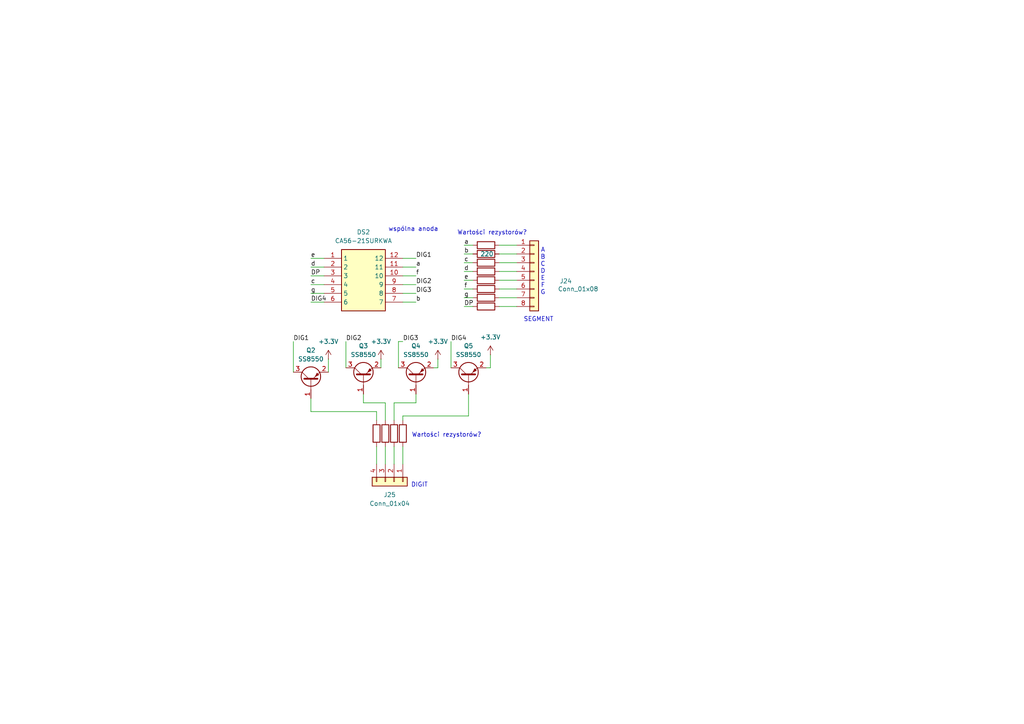
<source format=kicad_sch>
(kicad_sch (version 20250114) (generator "eeschema") (generator_version "9.0")
  (paper "A4")
  (lib_symbols
    (symbol "CA56-21SURKWA:CA56-21SURKWA"
      (property "Reference" "DS" (at 19.05 7.62 0))
      (property "Value" "CA56-21SURKWA" (at 19.05 5.08 0))
      (symbol "CA56-21SURKWA_1_1"
        (rectangle (start 5.08 2.54) (end 17.78 -15.24) (stroke (width 0.254)) (fill (type background)))
        (pin passive line (at 0 0 0) (length 5.08) (name "1") (number "1"))
        (pin passive line (at 0 -2.54 0) (length 5.08) (name "2") (number "2"))
        (pin passive line (at 0 -5.08 0) (length 5.08) (name "3") (number "3"))
        (pin passive line (at 0 -7.62 0) (length 5.08) (name "4") (number "4"))
        (pin passive line (at 0 -10.16 0) (length 5.08) (name "5") (number "5"))
        (pin passive line (at 0 -12.7 0) (length 5.08) (name "6") (number "6"))
        (pin passive line (at 22.86 0 180) (length 5.08) (name "12") (number "12"))
        (pin passive line (at 22.86 -2.54 180) (length 5.08) (name "11") (number "11"))
        (pin passive line (at 22.86 -5.08 180) (length 5.08) (name "10") (number "10"))
        (pin passive line (at 22.86 -7.62 180) (length 5.08) (name "9") (number "9"))
        (pin passive line (at 22.86 -10.16 180) (length 5.08) (name "8") (number "8"))
        (pin passive line (at 22.86 -12.7 180) (length 5.08) (name "7") (number "7"))
      )
    )
    (symbol "Connector_Generic:Conn_01x04" (pin_names (offset 1.016) (hide yes))
      (property "Reference" "J" (at 0 5.08 0))
      (property "Value" "Conn_01x04" (at 0 -7.62 0))
      (symbol "Conn_01x04_1_1"
        (rectangle (start -1.27 3.81) (end 1.27 -6.35) (stroke (width 0.254)) (fill (type background)))
        (rectangle (start -1.27 2.667) (end 0 2.413) (stroke (width 0.1524)))
        (rectangle (start -1.27 0.127) (end 0 -0.127) (stroke (width 0.1524)))
        (rectangle (start -1.27 -2.413) (end 0 -2.667) (stroke (width 0.1524)))
        (rectangle (start -1.27 -4.953) (end 0 -5.207) (stroke (width 0.1524)))
        (pin passive line (at -5.08 2.54 0) (length 3.81) (name "Pin_1") (number "1"))
        (pin passive line (at -5.08 0 0) (length 3.81) (name "Pin_2") (number "2"))
        (pin passive line (at -5.08 -2.54 0) (length 3.81) (name "Pin_3") (number "3"))
        (pin passive line (at -5.08 -5.08 0) (length 3.81) (name "Pin_4") (number "4"))
      )
    )
    (symbol "Connector_Generic:Conn_01x08" (pin_names (offset 1.016) (hide yes))
      (property "Reference" "J" (at 0 10.16 0))
      (property "Value" "Conn_01x08" (at 0 -12.7 0))
      (symbol "Conn_01x08_1_1"
        (rectangle (start -1.27 8.89) (end 1.27 -11.43) (stroke (width 0.254)) (fill (type background)))
        (rectangle (start -1.27 7.747) (end 0 7.493) (stroke (width 0.1524)))
        (rectangle (start -1.27 5.207) (end 0 4.953) (stroke (width 0.1524)))
        (rectangle (start -1.27 2.667) (end 0 2.413) (stroke (width 0.1524)))
        (rectangle (start -1.27 0.127) (end 0 -0.127) (stroke (width 0.1524)))
        (rectangle (start -1.27 -2.413) (end 0 -2.667) (stroke (width 0.1524)))
        (rectangle (start -1.27 -4.953) (end 0 -5.207) (stroke (width 0.1524)))
        (rectangle (start -1.27 -7.493) (end 0 -7.747) (stroke (width 0.1524)))
        (rectangle (start -1.27 -10.033) (end 0 -10.287) (stroke (width 0.1524)))
        (pin passive line (at -5.08 7.62 0) (length 3.81) (name "Pin_1") (number "1"))
        (pin passive line (at -5.08 5.08 0) (length 3.81) (name "Pin_2") (number "2"))
        (pin passive line (at -5.08 2.54 0) (length 3.81) (name "Pin_3") (number "3"))
        (pin passive line (at -5.08 0 0) (length 3.81) (name "Pin_4") (number "4"))
        (pin passive line (at -5.08 -2.54 0) (length 3.81) (name "Pin_5") (number "5"))
        (pin passive line (at -5.08 -5.08 0) (length 3.81) (name "Pin_6") (number "6"))
        (pin passive line (at -5.08 -7.62 0) (length 3.81) (name "Pin_7") (number "7"))
        (pin passive line (at -5.08 -10.16 0) (length 3.81) (name "Pin_8") (number "8"))
      )
    )
    (symbol "Device:R" (pin_numbers (hide yes)) (pin_names (offset 0))
      (property "Reference" "R" (at 2.032 0 90))
      (property "Value" "R" (at 0 0 90))
      (symbol "R_0_1"
        (rectangle (start -1.016 -2.54) (end 1.016 2.54) (stroke (width 0.254)))
      )
      (symbol "R_1_1"
        (pin passive line (at 0 3.81 270) (length 1.27) (name "~") (number "1"))
        (pin passive line (at 0 -3.81 90) (length 1.27) (name "~") (number "2"))
      )
    )
    (symbol "Transistor_BJT:SS8550" (pin_names (offset 0) (hide yes))
      (property "Reference" "Q" (at 5.08 1.905 0))
      (property "Value" "SS8550" (at 5.08 0 0))
      (symbol "SS8550_0_1"
        (polyline (pts (xy -2.54 0) (xy 0.635 0)))
        (polyline (pts (xy 0.635 1.905) (xy 0.635 -1.905)) (stroke (width 0.508)))
        (polyline (pts (xy 0.635 0.635) (xy 2.54 2.54)))
        (polyline (pts (xy 0.635 -0.635) (xy 2.54 -2.54)))
        (circle (center 1.27 0) (radius 2.8194) (stroke (width 0.254)))
        (polyline (pts (xy 2.286 -1.778) (xy 1.778 -2.286) (xy 1.27 -1.27) (xy 2.286 -1.778)) (fill (type outline)))
      )
      (symbol "SS8550_1_1"
        (pin input line (at -5.08 0 0) (length 2.54) (name "B") (number "1"))
        (pin passive line (at 2.54 5.08 270) (length 2.54) (name "C") (number "3"))
        (pin passive line (at 2.54 -5.08 90) (length 2.54) (name "E") (number "2"))
      )
    )
    (symbol "power:+3.3V" (power) (pin_numbers (hide yes)) (pin_names (offset 0) (hide yes))
      (property "Value" "+3.3V" (at 0 3.556 0))
      (symbol "+3.3V_0_1"
        (polyline (pts (xy -0.762 1.27) (xy 0 2.54)))
        (polyline (pts (xy 0 2.54) (xy 0.762 1.27)))
        (polyline (pts (xy 0 0) (xy 0 2.54)))
      )
      (symbol "+3.3V_1_1"
        (pin power_in line (at 0 0 90) (length 0) (name "~") (number "1"))
      )
    )
  )
  (text "Wartości rezystorów?" (at 129.54 126.238 0) (effects (font (size 1.27 1.27))))
  (text "Wartości rezystorów?" (at 142.748 67.564 0) (effects (font (size 1.27 1.27))))
  (text "DIGIT" (at 121.666 140.716 0) (effects (font (size 1.27 1.27))))
  (text "A\nB\nC\nD\nE\nF\nG" (at 157.48 78.74 0) (effects (font (size 1.27 1.27))))
  (text "SEGMENT" (at 156.21 92.71 0) (effects (font (size 1.27 1.27))))
  (text "wspólna anoda\n" (at 119.888 66.548 0) (effects (font (size 1.27 1.27))))
  (wire (pts (xy 149.86 71.12) (xy 144.78 71.12)))
  (wire (pts (xy 114.3 134.62) (xy 114.3 129.54)))
  (wire (pts (xy 127 104.14) (xy 127 106.68)))
  (wire (pts (xy 90.17 87.63) (xy 93.98 87.63)))
  (wire (pts (xy 149.86 81.28) (xy 144.78 81.28)))
  (wire (pts (xy 134.62 83.82) (xy 137.16 83.82)))
  (wire (pts (xy 85.09 99.06) (xy 85.09 107.95)))
  (wire (pts (xy 110.49 104.14) (xy 110.49 106.68)))
  (wire (pts (xy 90.17 85.09) (xy 93.98 85.09)))
  (wire (pts (xy 111.76 134.62) (xy 111.76 129.54)))
  (wire (pts (xy 114.3 116.84) (xy 114.3 121.92)))
  (wire (pts (xy 120.65 114.3) (xy 120.65 116.84)))
  (wire (pts (xy 134.62 86.36) (xy 137.16 86.36)))
  (wire (pts (xy 109.22 134.62) (xy 109.22 129.54)))
  (wire (pts (xy 134.62 73.66) (xy 137.16 73.66)))
  (wire (pts (xy 116.84 134.62) (xy 116.84 129.54)))
  (wire (pts (xy 149.86 73.66) (xy 144.78 73.66)))
  (wire (pts (xy 95.25 104.14) (xy 95.25 107.95)))
  (wire (pts (xy 127 106.68) (xy 125.73 106.68)))
  (wire (pts (xy 120.65 116.84) (xy 114.3 116.84)))
  (wire (pts (xy 142.24 106.68) (xy 140.97 106.68)))
  (wire (pts (xy 90.17 82.55) (xy 93.98 82.55)))
  (wire (pts (xy 116.84 85.09) (xy 120.65 85.09)))
  (wire (pts (xy 120.65 80.01) (xy 116.84 80.01)))
  (wire (pts (xy 116.84 77.47) (xy 120.65 77.47)))
  (wire (pts (xy 149.86 83.82) (xy 144.78 83.82)))
  (wire (pts (xy 90.17 119.38) (xy 109.22 119.38)))
  (wire (pts (xy 134.62 88.9) (xy 137.16 88.9)))
  (wire (pts (xy 105.41 114.3) (xy 105.41 116.84)))
  (wire (pts (xy 130.81 99.06) (xy 130.81 106.68)))
  (wire (pts (xy 135.89 114.3) (xy 135.89 120.65)))
  (wire (pts (xy 134.62 76.2) (xy 137.16 76.2)))
  (wire (pts (xy 111.76 116.84) (xy 111.76 121.92)))
  (wire (pts (xy 109.22 119.38) (xy 109.22 121.92)))
  (wire (pts (xy 115.57 106.68) (xy 115.57 99.06)))
  (wire (pts (xy 149.86 76.2) (xy 144.78 76.2)))
  (wire (pts (xy 134.62 81.28) (xy 137.16 81.28)))
  (wire (pts (xy 149.86 88.9) (xy 144.78 88.9)))
  (wire (pts (xy 115.57 99.06) (xy 116.84 99.06)))
  (wire (pts (xy 134.62 78.74) (xy 137.16 78.74)))
  (wire (pts (xy 100.33 99.06) (xy 100.33 106.68)))
  (wire (pts (xy 134.62 71.12) (xy 137.16 71.12)))
  (wire (pts (xy 149.86 78.74) (xy 144.78 78.74)))
  (wire (pts (xy 149.86 86.36) (xy 144.78 86.36)))
  (wire (pts (xy 135.89 120.65) (xy 116.84 120.65)))
  (wire (pts (xy 90.17 74.93) (xy 93.98 74.93)))
  (wire (pts (xy 105.41 116.84) (xy 111.76 116.84)))
  (wire (pts (xy 90.17 80.01) (xy 93.98 80.01)))
  (wire (pts (xy 120.65 87.63) (xy 116.84 87.63)))
  (wire (pts (xy 116.84 120.65) (xy 116.84 121.92)))
  (wire (pts (xy 142.24 102.87) (xy 142.24 106.68)))
  (wire (pts (xy 116.84 74.93) (xy 120.65 74.93)))
  (wire (pts (xy 90.17 77.47) (xy 93.98 77.47)))
  (wire (pts (xy 116.84 82.55) (xy 120.65 82.55)))
  (wire (pts (xy 90.17 115.57) (xy 90.17 119.38)))
  (label "d" (at 134.62 78.74 0))
  (label "e" (at 90.17 74.93 0))
  (label "f" (at 120.65 80.01 0))
  (label "DP" (at 134.62 88.9 0))
  (label "DIG2" (at 100.33 99.06 0))
  (label "DIG4" (at 130.81 99.06 0))
  (label "a" (at 134.62 71.12 0))
  (label "DP" (at 90.17 80.01 0))
  (label "DIG4" (at 90.17 87.63 0))
  (label "b" (at 134.62 73.66 0))
  (label "c" (at 90.17 82.55 0))
  (label "DIG3" (at 116.84 99.06 0))
  (label "a" (at 120.65 77.47 0))
  (label "DIG1" (at 120.65 74.93 0))
  (label "d" (at 90.17 77.47 0))
  (label "c" (at 134.62 76.2 0))
  (label "b" (at 120.65 87.63 0))
  (label "g" (at 90.17 85.09 0))
  (label "f" (at 134.62 83.82 0))
  (label "g" (at 134.62 86.36 0))
  (label "DIG2" (at 120.65 82.55 0))
  (label "e" (at 134.62 81.28 0))
  (label "DIG1" (at 85.09 99.06 0))
  (label "DIG3" (at 120.65 85.09 0))
  (symbol (lib_id "Device:R") (at 140.97 86.36 90) (unit 1)
    (property "Reference" "R29" (effects (hide yes)))
    (property "Value" "220" (effects (hide yes)))
    (property "Footprint" "Resistor_SMD:R_0603_1608Metric" (effects (hide yes)))
    (property "Description" "Resistor" (effects (hide yes)))
  )
  (symbol (lib_id "Connector_Generic:Conn_01x04") (at 114.3 139.7 270) (unit 1)
    (property "Reference" "J25" (at 113.03 143.51 90))
    (property "Value" "Conn_01x04" (at 113.03 146.05 90))
    (property "Footprint" "Connector_PinHeader_2.54mm:PinHeader_1x04_P2.54mm_Vertical" (effects (hide yes)))
    (property "Description" "Generic connector, single row, 01x04, script generated (kicad-library-utils/schlib/autogen/connector/)" (effects (hide yes)))
  )
  (symbol (lib_id "Transistor_BJT:SS8550") (at 105.41 109.22 90) (unit 1)
    (property "Reference" "Q3" (at 105.41 100.33 90))
    (property "Value" "SS8550" (at 105.41 102.87 90))
    (property "Footprint" "Package_TO_SOT_SMD:SOT-23" (effects (hide yes)))
    (property "Datasheet" "http://www.secosgmbh.com/datasheet/products/SSMPTransistor/SOT-23/SS8550.pdf" (effects (hide yes)))
    (property "Description" "General Purpose PNP Transistor, 1.5A Ic, 25V Vce, SOT-23" (effects (hide yes)))
  )
  (symbol (lib_id "Device:R") (at 140.97 81.28 90) (unit 1)
    (property "Reference" "R27" (effects (hide yes)))
    (property "Value" "220" (effects (hide yes)))
    (property "Footprint" "Resistor_SMD:R_0603_1608Metric" (effects (hide yes)))
    (property "Description" "Resistor" (effects (hide yes)))
  )
  (symbol (lib_id "Transistor_BJT:SS8550") (at 135.89 109.22 90) (unit 1)
    (property "Reference" "Q5" (at 135.89 100.33 90))
    (property "Value" "SS8550" (at 135.89 102.87 90))
    (property "Footprint" "Package_TO_SOT_SMD:SOT-23" (effects (hide yes)))
    (property "Datasheet" "http://www.secosgmbh.com/datasheet/products/SSMPTransistor/SOT-23/SS8550.pdf" (effects (hide yes)))
    (property "Description" "General Purpose PNP Transistor, 1.5A Ic, 25V Vce, SOT-23" (effects (hide yes)))
  )
  (symbol (lib_id "power:+3.3V") (at 142.24 102.87 0) (unit 1)
    (property "Reference" "#PWR01" (effects (hide yes)))
    (property "Value" "+3.3V" (at 142.24 97.79 0))
    (property "Description" "Power symbol creates a global label with name \"+3.3V\"" (effects (hide yes)))
  )
  (symbol (lib_id "power:+3.3V") (at 127 104.14 0) (unit 1)
    (property "Reference" "#PWR03" (effects (hide yes)))
    (property "Value" "+3.3V" (at 127 99.06 0))
    (property "Description" "Power symbol creates a global label with name \"+3.3V\"" (effects (hide yes)))
  )
  (symbol (lib_id "Transistor_BJT:SS8550") (at 90.17 110.49 90) (unit 1)
    (property "Reference" "Q2" (at 90.17 101.6 90))
    (property "Value" "SS8550" (at 90.17 104.14 90))
    (property "Footprint" "Package_TO_SOT_SMD:SOT-23" (effects (hide yes)))
    (property "Datasheet" "http://www.secosgmbh.com/datasheet/products/SSMPTransistor/SOT-23/SS8550.pdf" (effects (hide yes)))
    (property "Description" "General Purpose PNP Transistor, 1.5A Ic, 25V Vce, SOT-23" (effects (hide yes)))
  )
  (symbol (lib_id "Device:R") (at 114.3 125.73 180) (unit 1)
    (property "Reference" "R33" (effects (hide yes)))
    (property "Value" "10k" (effects (hide yes)))
    (property "Footprint" "Resistor_SMD:R_0603_1608Metric" (effects (hide yes)))
    (property "Description" "Resistor" (effects (hide yes)))
  )
  (symbol (lib_id "Device:R") (at 140.97 83.82 90) (unit 1)
    (property "Reference" "R28" (effects (hide yes)))
    (property "Value" "220" (effects (hide yes)))
    (property "Footprint" "Resistor_SMD:R_0603_1608Metric" (effects (hide yes)))
    (property "Description" "Resistor" (effects (hide yes)))
  )
  (symbol (lib_id "Device:R") (at 116.84 125.73 180) (unit 1)
    (property "Reference" "R34" (effects (hide yes)))
    (property "Value" "10k" (effects (hide yes)))
    (property "Footprint" "Resistor_SMD:R_0603_1608Metric" (effects (hide yes)))
    (property "Description" "Resistor" (effects (hide yes)))
  )
  (symbol (lib_id "power:+3.3V") (at 95.25 104.14 0) (unit 1)
    (property "Reference" "#PWR06" (effects (hide yes)))
    (property "Value" "+3.3V" (at 95.25 99.06 0))
    (property "Description" "Power symbol creates a global label with name \"+3.3V\"" (effects (hide yes)))
  )
  (symbol (lib_id "Device:R") (at 140.97 88.9 90) (unit 1)
    (property "Reference" "R30" (effects (hide yes)))
    (property "Value" "220" (effects (hide yes)))
    (property "Footprint" "Resistor_SMD:R_0603_1608Metric" (effects (hide yes)))
    (property "Description" "Resistor" (effects (hide yes)))
  )
  (symbol (lib_id "Device:R") (at 140.97 78.74 90) (unit 1)
    (property "Reference" "R26" (effects (hide yes)))
    (property "Value" "220" (effects (hide yes)))
    (property "Footprint" "Resistor_SMD:R_0603_1608Metric" (effects (hide yes)))
    (property "Description" "Resistor" (effects (hide yes)))
  )
  (symbol (lib_id "Device:R") (at 140.97 73.66 90) (unit 1)
    (property "Reference" "R24" (effects (hide yes)))
    (property "Value" "220" (effects (hide yes)))
    (property "Footprint" "Resistor_SMD:R_0603_1608Metric" (effects (hide yes)))
    (property "Description" "Resistor" (effects (hide yes)))
  )
  (symbol (lib_id "Device:R") (at 140.97 71.12 90) (unit 1)
    (property "Reference" "R13" (effects (hide yes)))
    (property "Value" "220" (effects (hide yes)))
    (property "Footprint" "Resistor_SMD:R_0603_1608Metric" (effects (hide yes)))
    (property "Description" "Resistor" (effects (hide yes)))
  )
  (symbol (lib_id "power:+3.3V") (at 110.49 104.14 0) (unit 1)
    (property "Reference" "#PWR05" (effects (hide yes)))
    (property "Value" "+3.3V" (at 110.49 99.06 0))
    (property "Description" "Power symbol creates a global label with name \"+3.3V\"" (effects (hide yes)))
  )
  (symbol (lib_id "Device:R") (at 140.97 76.2 90) (unit 1)
    (property "Reference" "R25" (effects (hide yes)))
    (property "Value" "220" (at 141.224 73.66 90))
    (property "Footprint" "Resistor_SMD:R_0603_1608Metric" (effects (hide yes)))
    (property "Description" "Resistor" (effects (hide yes)))
  )
  (symbol (lib_id "Connector_Generic:Conn_01x08") (at 154.94 78.74 0) (unit 1)
    (property "Reference" "J24" (at 162.306 81.534 0) (effects (justify left)))
    (property "Value" "Conn_01x08" (at 161.798 83.82 0) (effects (justify left)))
    (property "Footprint" "Connector_PinHeader_2.54mm:PinHeader_1x08_P2.54mm_Vertical" (effects (hide yes)))
    (property "Description" "Generic connector, single row, 01x08, script generated (kicad-library-utils/schlib/autogen/connector/)" (effects (hide yes)))
  )
  (symbol (lib_id "Device:R") (at 111.76 125.73 180) (unit 1)
    (property "Reference" "R32" (effects (hide yes)))
    (property "Value" "10k" (effects (hide yes)))
    (property "Footprint" "Resistor_SMD:R_0603_1608Metric" (effects (hide yes)))
    (property "Description" "Resistor" (effects (hide yes)))
  )
  (symbol (lib_id "CA56-21SURKWA:CA56-21SURKWA") (at 93.98 74.93 0) (unit 1)
    (property "Reference" "DS2" (at 105.41 67.31 0))
    (property "Value" "CA56-21SURKWA" (at 105.41 69.85 0))
    (property "Footprint" "footprints:wyswietlacz7x4" (effects (hide yes)))
    (property "Description" "7-Seg Display 4-Digit 14.2mm Red, TU 14.22mm (0.56INCH) FOUR DIGIT NUMERIC DISPLAY" (effects (hide yes)))
    (property "Height" "8.1" (effects (hide yes)))
    (property "Manufacturer_Name" "Kingbright" (effects (hide yes)))
    (property "Manufacturer_Part_Number" "CA56-21SURKWA" (effects (hide yes)))
  )
  (symbol (lib_id "Transistor_BJT:SS8550") (at 120.65 109.22 90) (unit 1)
    (property "Reference" "Q4" (at 120.65 100.33 90))
    (property "Value" "SS8550" (at 120.65 102.87 90))
    (property "Footprint" "Package_TO_SOT_SMD:SOT-23" (effects (hide yes)))
    (property "Datasheet" "http://www.secosgmbh.com/datasheet/products/SSMPTransistor/SOT-23/SS8550.pdf" (effects (hide yes)))
    (property "Description" "General Purpose PNP Transistor, 1.5A Ic, 25V Vce, SOT-23" (effects (hide yes)))
  )
  (symbol (lib_id "Device:R") (at 109.22 125.73 180) (unit 1)
    (property "Reference" "R31" (effects (hide yes)))
    (property "Value" "10k" (effects (hide yes)))
    (property "Footprint" "Resistor_SMD:R_0603_1608Metric" (effects (hide yes)))
    (property "Description" "Resistor" (effects (hide yes)))
  )
)
</source>
